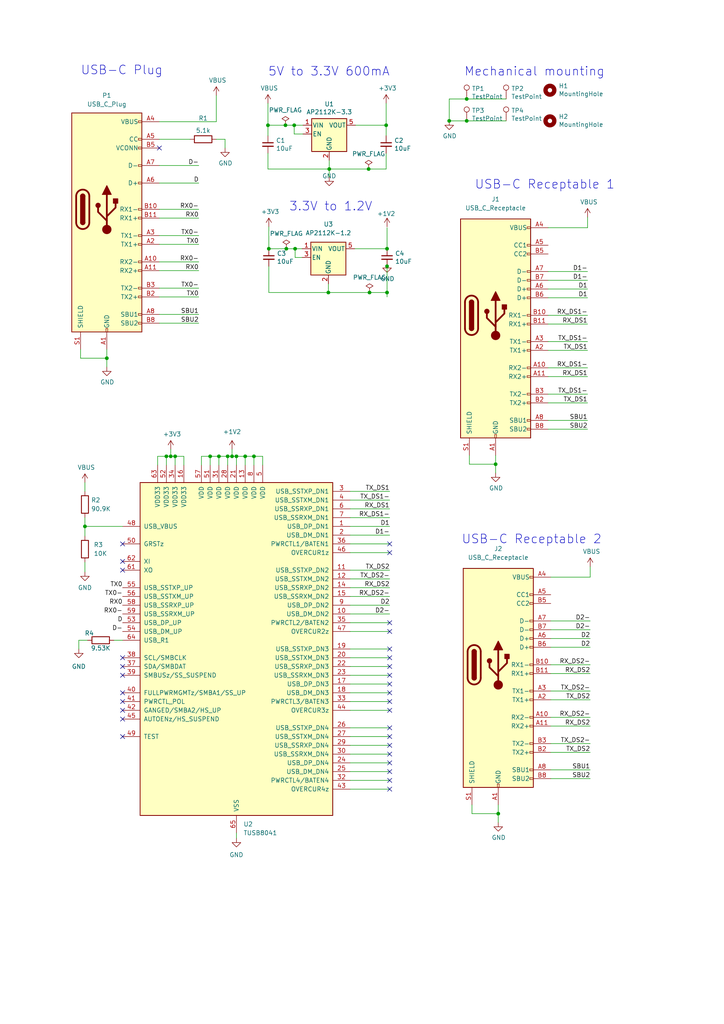
<source format=kicad_sch>
(kicad_sch (version 20230121) (generator eeschema)
  (paper "A4" portrait)
  (title_block (title "USB-C Hub") (date "2023-01-21") (rev "X1") (comment 1 "This work is licensed under a Creative Commons Attribution 4.0 International License") (comment 2 "Johannes Höllwerth") (comment 4 "https://baumistlustig.eu"))
  (lib_symbols
    (symbol "Connector:TestPoint" (pin_numbers hide) (pin_names (offset 0.762) hide)
      (property "Reference" "TP" (at 0 6.858 0))
      (property "Value" "TestPoint" (at 0 5.08 0))
      (symbol "TestPoint_0_1"
        (circle (center 0 3.302) (radius 0.762))
      )
      (symbol "TestPoint_1_1"
        (pin passive line (at 0 0 90) (length 2.54) (name "1") (number "1"))
      )
    )
    (symbol "Connector:USB_C_Plug" (pin_names (offset 1.016))
      (property "Reference" "P" (at -10.16 29.21 0))
      (property "Value" "USB_C_Plug" (at 10.16 29.21 0))
      (symbol "USB_C_Plug_0_0"
        (rectangle (start -0.254 -35.56) (end 0.254 -34.544))
        (rectangle (start 10.16 -32.766) (end 9.144 -33.274))
        (rectangle (start 10.16 -30.226) (end 9.144 -30.734))
        (rectangle (start 10.16 -25.146) (end 9.144 -25.654))
        (rectangle (start 10.16 -22.606) (end 9.144 -23.114))
        (rectangle (start 10.16 -17.526) (end 9.144 -18.034))
        (rectangle (start 10.16 -14.986) (end 9.144 -15.494))
        (rectangle (start 10.16 -9.906) (end 9.144 -10.414))
        (rectangle (start 10.16 -7.366) (end 9.144 -7.874))
        (rectangle (start 10.16 -2.286) (end 9.144 -2.794))
        (rectangle (start 10.16 0.254) (end 9.144 -0.254))
        (rectangle (start 10.16 7.874) (end 9.144 7.366))
        (rectangle (start 10.16 12.954) (end 9.144 12.446))
        (rectangle (start 10.16 18.034) (end 9.144 17.526))
        (rectangle (start 10.16 20.574) (end 9.144 20.066))
        (rectangle (start 10.16 25.654) (end 9.144 25.146))
      )
      (symbol "USB_C_Plug_0_1"
        (rectangle (start -10.16 27.94) (end 10.16 -35.56) (stroke (width 0.254)) (fill (type background)))
        (arc (start -8.89 -3.81) (mid -6.985 -5.7067) (end -5.08 -3.81) (stroke (width 0.508)))
        (arc (start -7.62 -3.81) (mid -6.985 -4.4423) (end -6.35 -3.81) (stroke (width 0.254)))
        (arc (start -7.62 -3.81) (mid -6.985 -4.4423) (end -6.35 -3.81) (stroke (width 0.254)) (fill (type outline)))
        (rectangle (start -7.62 -3.81) (end -6.35 3.81) (stroke (width 0.254)) (fill (type outline)))
        (arc (start -6.35 3.81) (mid -6.985 4.4423) (end -7.62 3.81) (stroke (width 0.254)))
        (arc (start -6.35 3.81) (mid -6.985 4.4423) (end -7.62 3.81) (stroke (width 0.254)) (fill (type outline)))
        (arc (start -5.08 3.81) (mid -6.985 5.7067) (end -8.89 3.81) (stroke (width 0.508)))
        (polyline (pts (xy -8.89 -3.81) (xy -8.89 3.81)) (stroke (width 0.508)))
        (polyline (pts (xy -5.08 3.81) (xy -5.08 -3.81)) (stroke (width 0.508)))
      )
      (symbol "USB_C_Plug_1_1"
        (circle (center -2.54 1.143) (radius 0.635) (stroke (width 0.254)) (fill (type outline)))
        (circle (center 0 -5.842) (radius 1.27) (fill (type outline)))
        (polyline (pts (xy 0 -5.842) (xy 0 4.318)) (stroke (width 0.508)))
        (polyline (pts (xy 0 -3.302) (xy -2.54 -0.762) (xy -2.54 0.508)) (stroke (width 0.508)))
        (polyline (pts (xy 0 -2.032) (xy 2.54 0.508) (xy 2.54 1.778)) (stroke (width 0.508)))
        (polyline (pts (xy -1.27 4.318) (xy 0 6.858) (xy 1.27 4.318) (xy -1.27 4.318)) (stroke (width 0.254)) (fill (type outline)))
        (rectangle (start 1.905 1.778) (end 3.175 3.048) (stroke (width 0.254)) (fill (type outline)))
        (pin passive line (at 0 -40.64 90) (length 5.08) (name "GND") (number "A1"))
        (pin bidirectional line (at 15.24 -15.24 180) (length 5.08) (name "RX2-") (number "A10"))
        (pin bidirectional line (at 15.24 -17.78 180) (length 5.08) (name "RX2+") (number "A11"))
        (pin passive line (at 0 -40.64 90) (length 5.08) hide (name "GND") (number "A12"))
        (pin bidirectional line (at 15.24 -10.16 180) (length 5.08) (name "TX1+") (number "A2"))
        (pin bidirectional line (at 15.24 -7.62 180) (length 5.08) (name "TX1-") (number "A3"))
        (pin passive line (at 15.24 25.4 180) (length 5.08) (name "VBUS") (number "A4"))
        (pin bidirectional line (at 15.24 20.32 180) (length 5.08) (name "CC") (number "A5"))
        (pin bidirectional line (at 15.24 7.62 180) (length 5.08) (name "D+") (number "A6"))
        (pin bidirectional line (at 15.24 12.7 180) (length 5.08) (name "D-") (number "A7"))
        (pin bidirectional line (at 15.24 -30.48 180) (length 5.08) (name "SBU1") (number "A8"))
        (pin passive line (at 15.24 25.4 180) (length 5.08) hide (name "VBUS") (number "A9"))
        (pin passive line (at 0 -40.64 90) (length 5.08) hide (name "GND") (number "B1"))
        (pin bidirectional line (at 15.24 0 180) (length 5.08) (name "RX1-") (number "B10"))
        (pin bidirectional line (at 15.24 -2.54 180) (length 5.08) (name "RX1+") (number "B11"))
        (pin passive line (at 0 -40.64 90) (length 5.08) hide (name "GND") (number "B12"))
        (pin bidirectional line (at 15.24 -25.4 180) (length 5.08) (name "TX2+") (number "B2"))
        (pin bidirectional line (at 15.24 -22.86 180) (length 5.08) (name "TX2-") (number "B3"))
        (pin passive line (at 15.24 25.4 180) (length 5.08) hide (name "VBUS") (number "B4"))
        (pin bidirectional line (at 15.24 17.78 180) (length 5.08) (name "VCONN") (number "B5"))
        (pin bidirectional line (at 15.24 -33.02 180) (length 5.08) (name "SBU2") (number "B8"))
        (pin passive line (at 15.24 25.4 180) (length 5.08) hide (name "VBUS") (number "B9"))
        (pin passive line (at -7.62 -40.64 90) (length 5.08) (name "SHIELD") (number "S1"))
      )
    )
    (symbol "Connector:USB_C_Receptacle" (pin_names (offset 1.016))
      (property "Reference" "J" (at -10.16 29.21 0))
      (property "Value" "USB_C_Receptacle" (at 10.16 29.21 0))
      (symbol "USB_C_Receptacle_0_0"
        (rectangle (start -0.254 -35.56) (end 0.254 -34.544))
        (rectangle (start 10.16 -32.766) (end 9.144 -33.274))
        (rectangle (start 10.16 -30.226) (end 9.144 -30.734))
        (rectangle (start 10.16 -25.146) (end 9.144 -25.654))
        (rectangle (start 10.16 -22.606) (end 9.144 -23.114))
        (rectangle (start 10.16 -17.526) (end 9.144 -18.034))
        (rectangle (start 10.16 -14.986) (end 9.144 -15.494))
        (rectangle (start 10.16 -9.906) (end 9.144 -10.414))
        (rectangle (start 10.16 -7.366) (end 9.144 -7.874))
        (rectangle (start 10.16 -2.286) (end 9.144 -2.794))
        (rectangle (start 10.16 0.254) (end 9.144 -0.254))
        (rectangle (start 10.16 5.334) (end 9.144 4.826))
        (rectangle (start 10.16 7.874) (end 9.144 7.366))
        (rectangle (start 10.16 10.414) (end 9.144 9.906))
        (rectangle (start 10.16 12.954) (end 9.144 12.446))
        (rectangle (start 10.16 18.034) (end 9.144 17.526))
        (rectangle (start 10.16 20.574) (end 9.144 20.066))
        (rectangle (start 10.16 25.654) (end 9.144 25.146))
      )
      (symbol "USB_C_Receptacle_0_1"
        (rectangle (start -10.16 27.94) (end 10.16 -35.56) (stroke (width 0.254)) (fill (type background)))
        (arc (start -8.89 -3.81) (mid -6.985 -5.7067) (end -5.08 -3.81) (stroke (width 0.508)))
        (arc (start -7.62 -3.81) (mid -6.985 -4.4423) (end -6.35 -3.81) (stroke (width 0.254)))
        (arc (start -7.62 -3.81) (mid -6.985 -4.4423) (end -6.35 -3.81) (stroke (width 0.254)) (fill (type outline)))
        (rectangle (start -7.62 -3.81) (end -6.35 3.81) (stroke (width 0.254)) (fill (type outline)))
        (arc (start -6.35 3.81) (mid -6.985 4.4423) (end -7.62 3.81) (stroke (width 0.254)))
        (arc (start -6.35 3.81) (mid -6.985 4.4423) (end -7.62 3.81) (stroke (width 0.254)) (fill (type outline)))
        (arc (start -5.08 3.81) (mid -6.985 5.7067) (end -8.89 3.81) (stroke (width 0.508)))
        (polyline (pts (xy -8.89 -3.81) (xy -8.89 3.81)) (stroke (width 0.508)))
        (polyline (pts (xy -5.08 3.81) (xy -5.08 -3.81)) (stroke (width 0.508)))
      )
      (symbol "USB_C_Receptacle_1_1"
        (circle (center -2.54 1.143) (radius 0.635) (stroke (width 0.254)) (fill (type outline)))
        (circle (center 0 -5.842) (radius 1.27) (fill (type outline)))
        (polyline (pts (xy 0 -5.842) (xy 0 4.318)) (stroke (width 0.508)))
        (polyline (pts (xy 0 -3.302) (xy -2.54 -0.762) (xy -2.54 0.508)) (stroke (width 0.508)))
        (polyline (pts (xy 0 -2.032) (xy 2.54 0.508) (xy 2.54 1.778)) (stroke (width 0.508)))
        (polyline (pts (xy -1.27 4.318) (xy 0 6.858) (xy 1.27 4.318) (xy -1.27 4.318)) (stroke (width 0.254)) (fill (type outline)))
        (rectangle (start 1.905 1.778) (end 3.175 3.048) (stroke (width 0.254)) (fill (type outline)))
        (pin passive line (at 0 -40.64 90) (length 5.08) (name "GND") (number "A1"))
        (pin bidirectional line (at 15.24 -15.24 180) (length 5.08) (name "RX2-") (number "A10"))
        (pin bidirectional line (at 15.24 -17.78 180) (length 5.08) (name "RX2+") (number "A11"))
        (pin passive line (at 0 -40.64 90) (length 5.08) hide (name "GND") (number "A12"))
        (pin bidirectional line (at 15.24 -10.16 180) (length 5.08) (name "TX1+") (number "A2"))
        (pin bidirectional line (at 15.24 -7.62 180) (length 5.08) (name "TX1-") (number "A3"))
        (pin passive line (at 15.24 25.4 180) (length 5.08) (name "VBUS") (number "A4"))
        (pin bidirectional line (at 15.24 20.32 180) (length 5.08) (name "CC1") (number "A5"))
        (pin bidirectional line (at 15.24 7.62 180) (length 5.08) (name "D+") (number "A6"))
        (pin bidirectional line (at 15.24 12.7 180) (length 5.08) (name "D-") (number "A7"))
        (pin bidirectional line (at 15.24 -30.48 180) (length 5.08) (name "SBU1") (number "A8"))
        (pin passive line (at 15.24 25.4 180) (length 5.08) hide (name "VBUS") (number "A9"))
        (pin passive line (at 0 -40.64 90) (length 5.08) hide (name "GND") (number "B1"))
        (pin bidirectional line (at 15.24 0 180) (length 5.08) (name "RX1-") (number "B10"))
        (pin bidirectional line (at 15.24 -2.54 180) (length 5.08) (name "RX1+") (number "B11"))
        (pin passive line (at 0 -40.64 90) (length 5.08) hide (name "GND") (number "B12"))
        (pin bidirectional line (at 15.24 -25.4 180) (length 5.08) (name "TX2+") (number "B2"))
        (pin bidirectional line (at 15.24 -22.86 180) (length 5.08) (name "TX2-") (number "B3"))
        (pin passive line (at 15.24 25.4 180) (length 5.08) hide (name "VBUS") (number "B4"))
        (pin bidirectional line (at 15.24 17.78 180) (length 5.08) (name "CC2") (number "B5"))
        (pin bidirectional line (at 15.24 5.08 180) (length 5.08) (name "D+") (number "B6"))
        (pin bidirectional line (at 15.24 10.16 180) (length 5.08) (name "D-") (number "B7"))
        (pin bidirectional line (at 15.24 -33.02 180) (length 5.08) (name "SBU2") (number "B8"))
        (pin passive line (at 15.24 25.4 180) (length 5.08) hide (name "VBUS") (number "B9"))
        (pin passive line (at -7.62 -40.64 90) (length 5.08) (name "SHIELD") (number "S1"))
      )
    )
    (symbol "Device:C_Small" (pin_numbers hide) (pin_names (offset 0.254) hide)
      (property "Reference" "C" (at 0.254 1.778 0))
      (property "Value" "C_Small" (at 0.254 -2.032 0))
      (symbol "C_Small_0_1"
        (polyline (pts (xy -1.524 -0.508) (xy 1.524 -0.508)) (stroke (width 0.3302)))
        (polyline (pts (xy -1.524 0.508) (xy 1.524 0.508)) (stroke (width 0.3048)))
      )
      (symbol "C_Small_1_1"
        (pin passive line (at 0 2.54 270) (length 2.032) (name "~") (number "1"))
        (pin passive line (at 0 -2.54 90) (length 2.032) (name "~") (number "2"))
      )
    )
    (symbol "Device:R" (pin_numbers hide) (pin_names (offset 0))
      (property "Reference" "R" (at 2.032 0 90))
      (property "Value" "R" (at 0 0 90))
      (symbol "R_0_1"
        (rectangle (start -1.016 -2.54) (end 1.016 2.54) (stroke (width 0.254)))
      )
      (symbol "R_1_1"
        (pin passive line (at 0 3.81 270) (length 1.27) (name "~") (number "1"))
        (pin passive line (at 0 -3.81 90) (length 1.27) (name "~") (number "2"))
      )
    )
    (symbol "Interface_USB:TUSB8041" (pin_names (offset 1.016))
      (property "Reference" "U" (at 15.24 53.34 0))
      (property "Value" "TUSB8041" (at 15.24 50.8 0))
      (symbol "TUSB8041_0_1"
        (rectangle (start -27.94 48.26) (end 27.94 -48.26) (stroke (width 0.254)) (fill (type background)))
      )
      (symbol "TUSB8041_1_1"
        (pin bidirectional line (at 33.02 35.56 180) (length 5.08) (name "USB_DP_DN1") (number "1"))
        (pin bidirectional line (at 33.02 10.16 180) (length 5.08) (name "USB_DM_DN2") (number "10"))
        (pin output line (at 33.02 22.86 180) (length 5.08) (name "USB_SSTXP_DN2") (number "11"))
        (pin output line (at 33.02 20.32 180) (length 5.08) (name "USB_SSTXM_DN2") (number "12"))
        (pin power_in line (at 2.54 53.34 270) (length 5.08) (name "VDD") (number "13"))
        (pin input line (at 33.02 17.78 180) (length 5.08) (name "USB_SSRXP_DN2") (number "14"))
        (pin input line (at 33.02 15.24 180) (length 5.08) (name "USB_SSRXM_DN2") (number "15"))
        (pin power_in line (at -15.24 53.34 270) (length 5.08) (name "VDD33") (number "16"))
        (pin bidirectional line (at 33.02 -10.16 180) (length 5.08) (name "USB_DP_DN3") (number "17"))
        (pin bidirectional line (at 33.02 -12.7 180) (length 5.08) (name "USB_DM_DN3") (number "18"))
        (pin output line (at 33.02 0 180) (length 5.08) (name "USB_SSTXP_DN3") (number "19"))
        (pin bidirectional line (at 33.02 33.02 180) (length 5.08) (name "USB_DM_DN1") (number "2"))
        (pin output line (at 33.02 -2.54 180) (length 5.08) (name "USB_SSTXM_DN3") (number "20"))
        (pin power_in line (at 0 53.34 270) (length 5.08) (name "VDD") (number "21"))
        (pin input line (at 33.02 -5.08 180) (length 5.08) (name "USB_SSRXP_DN3") (number "22"))
        (pin input line (at 33.02 -7.62 180) (length 5.08) (name "USB_SSRXM_DN3") (number "23"))
        (pin bidirectional line (at 33.02 -33.02 180) (length 5.08) (name "USB_DP_DN4") (number "24"))
        (pin bidirectional line (at 33.02 -35.56 180) (length 5.08) (name "USB_DM_DN4") (number "25"))
        (pin output line (at 33.02 -22.86 180) (length 5.08) (name "USB_SSTXP_DN4") (number "26"))
        (pin output line (at 33.02 -25.4 180) (length 5.08) (name "USB_SSTXM_DN4") (number "27"))
        (pin power_in line (at -2.54 53.34 270) (length 5.08) (name "VDD") (number "28"))
        (pin input line (at 33.02 -27.94 180) (length 5.08) (name "USB_SSRXP_DN4") (number "29"))
        (pin output line (at 33.02 45.72 180) (length 5.08) (name "USB_SSTXP_DN1") (number "3"))
        (pin input line (at 33.02 -30.48 180) (length 5.08) (name "USB_SSRXM_DN4") (number "30"))
        (pin power_in line (at -5.08 53.34 270) (length 5.08) (name "VDD") (number "31"))
        (pin bidirectional line (at 33.02 -38.1 180) (length 5.08) (name "PWRCTL4/BATEN4") (number "32"))
        (pin bidirectional line (at 33.02 -15.24 180) (length 5.08) (name "PWRCTL3/BATEN3") (number "33"))
        (pin power_in line (at -17.78 53.34 270) (length 5.08) (name "VDD33") (number "34"))
        (pin bidirectional line (at 33.02 7.62 180) (length 5.08) (name "PWRCTL2/BATEN2") (number "35"))
        (pin bidirectional line (at 33.02 30.48 180) (length 5.08) (name "PWRCTL1/BATEN1") (number "36"))
        (pin bidirectional line (at -33.02 -5.08 0) (length 5.08) (name "SDA/SMBDAT") (number "37"))
        (pin bidirectional line (at -33.02 -2.54 0) (length 5.08) (name "SCL/SMBCLK") (number "38"))
        (pin bidirectional line (at -33.02 -7.62 0) (length 5.08) (name "SMBUSz/SS_SUSPEND") (number "39"))
        (pin output line (at 33.02 43.18 180) (length 5.08) (name "USB_SSTXM_DN1") (number "4"))
        (pin bidirectional line (at -33.02 -12.7 0) (length 5.08) (name "FULLPWRMGMTz/SMBA1/SS_UP") (number "40"))
        (pin bidirectional line (at -33.02 -15.24 0) (length 5.08) (name "PWRCTL_POL") (number "41"))
        (pin bidirectional line (at -33.02 -17.78 0) (length 5.08) (name "GANGED/SMBA2/HS_UP") (number "42"))
        (pin input line (at 33.02 -40.64 180) (length 5.08) (name "OVERCUR4z") (number "43"))
        (pin input line (at 33.02 -17.78 180) (length 5.08) (name "OVERCUR3z") (number "44"))
        (pin bidirectional line (at -33.02 -20.32 0) (length 5.08) (name "AUTOENz/HS_SUSPEND") (number "45"))
        (pin input line (at 33.02 27.94 180) (length 5.08) (name "OVERCUR1z") (number "46"))
        (pin input line (at 33.02 5.08 180) (length 5.08) (name "OVERCUR2z") (number "47"))
        (pin input line (at -33.02 35.56 0) (length 5.08) (name "USB_VBUS") (number "48"))
        (pin input line (at -33.02 -25.4 0) (length 5.08) (name "TEST") (number "49"))
        (pin power_in line (at 7.62 53.34 270) (length 5.08) (name "VDD") (number "5"))
        (pin input line (at -33.02 30.48 0) (length 5.08) (name "GRSTz") (number "50"))
        (pin power_in line (at -7.62 53.34 270) (length 5.08) (name "VDD") (number "51"))
        (pin power_in line (at -20.32 53.34 270) (length 5.08) (name "VDD33") (number "52"))
        (pin bidirectional line (at -33.02 7.62 0) (length 5.08) (name "USB_DP_UP") (number "53"))
        (pin bidirectional line (at -33.02 5.08 0) (length 5.08) (name "USB_DM_UP") (number "54"))
        (pin output line (at -33.02 17.78 0) (length 5.08) (name "USB_SSTXP_UP") (number "55"))
        (pin output line (at -33.02 15.24 0) (length 5.08) (name "USB_SSTXM_UP") (number "56"))
        (pin power_in line (at -10.16 53.34 270) (length 5.08) (name "VDD") (number "57"))
        (pin input line (at -33.02 12.7 0) (length 5.08) (name "USB_SSRXP_UP") (number "58"))
        (pin input line (at -33.02 10.16 0) (length 5.08) (name "USB_SSRXM_UP") (number "59"))
        (pin input line (at 33.02 40.64 180) (length 5.08) (name "USB_SSRXP_DN1") (number "6"))
        (pin no_connect line (at 33.02 -45.72 180) (length 5.08) hide (name "NC") (number "60"))
        (pin output line (at -33.02 22.86 0) (length 5.08) (name "XO") (number "61"))
        (pin input line (at -33.02 25.4 0) (length 5.08) (name "XI") (number "62"))
        (pin power_in line (at -22.86 53.34 270) (length 5.08) (name "VDD33") (number "63"))
        (pin input line (at -33.02 2.54 0) (length 5.08) (name "USB_R1") (number "64"))
        (pin power_in line (at 0 -53.34 90) (length 5.08) (name "VSS") (number "65"))
        (pin input line (at 33.02 38.1 180) (length 5.08) (name "USB_SSRXM_DN1") (number "7"))
        (pin power_in line (at 5.08 53.34 270) (length 5.08) (name "VDD") (number "8"))
        (pin bidirectional line (at 33.02 12.7 180) (length 5.08) (name "USB_DP_DN2") (number "9"))
      )
    )
    (symbol "Mechanical:MountingHole" (pin_names (offset 1.016))
      (property "Reference" "H" (at 0 5.08 0))
      (property "Value" "MountingHole" (at 0 3.175 0))
      (symbol "MountingHole_0_1"
        (circle (center 0 0) (radius 1.27) (stroke (width 1.27)))
      )
    )
    (symbol "Regulator_Linear:AP2112K-1.2" (pin_names (offset 0.254))
      (property "Reference" "U" (at -5.08 5.715 0))
      (property "Value" "AP2112K-1.2" (at 0 5.715 0))
      (symbol "AP2112K-1.2_0_1"
        (rectangle (start -5.08 4.445) (end 5.08 -5.08) (stroke (width 0.254)) (fill (type background)))
      )
      (symbol "AP2112K-1.2_1_1"
        (pin power_in line (at -7.62 2.54 0) (length 2.54) (name "VIN") (number "1"))
        (pin power_in line (at 0 -7.62 90) (length 2.54) (name "GND") (number "2"))
        (pin input line (at -7.62 0 0) (length 2.54) (name "EN") (number "3"))
        (pin no_connect line (at 5.08 0 180) (length 2.54) hide (name "NC") (number "4"))
        (pin power_out line (at 7.62 2.54 180) (length 2.54) (name "VOUT") (number "5"))
      )
    )
    (symbol "Regulator_Linear:AP2112K-3.3" (pin_names (offset 0.254))
      (property "Reference" "U" (at -5.08 5.715 0))
      (property "Value" "AP2112K-3.3" (at 0 5.715 0))
      (symbol "AP2112K-3.3_0_1"
        (rectangle (start -5.08 4.445) (end 5.08 -5.08) (stroke (width 0.254)) (fill (type background)))
      )
      (symbol "AP2112K-3.3_1_1"
        (pin power_in line (at -7.62 2.54 0) (length 2.54) (name "VIN") (number "1"))
        (pin power_in line (at 0 -7.62 90) (length 2.54) (name "GND") (number "2"))
        (pin input line (at -7.62 0 0) (length 2.54) (name "EN") (number "3"))
        (pin no_connect line (at 5.08 0 180) (length 2.54) hide (name "NC") (number "4"))
        (pin power_out line (at 7.62 2.54 180) (length 2.54) (name "VOUT") (number "5"))
      )
    )
    (symbol "power:+1V2" (power) (pin_names (offset 0))
      (property "Value" "+1V2" (at 0 3.556 0))
      (symbol "+1V2_0_1"
        (polyline (pts (xy -0.762 1.27) (xy 0 2.54)))
        (polyline (pts (xy 0 0) (xy 0 2.54)))
        (polyline (pts (xy 0 2.54) (xy 0.762 1.27)))
      )
      (symbol "+1V2_1_1"
        (pin power_in line (at 0 0 90) (length 0) hide (name "+1V2") (number "1"))
      )
    )
    (symbol "power:+3.3V" (power) (pin_names (offset 0))
      (property "Value" "+3.3V" (at 0 3.556 0))
      (symbol "+3.3V_0_1"
        (polyline (pts (xy -0.762 1.27) (xy 0 2.54)))
        (polyline (pts (xy 0 0) (xy 0 2.54)))
        (polyline (pts (xy 0 2.54) (xy 0.762 1.27)))
      )
      (symbol "+3.3V_1_1"
        (pin power_in line (at 0 0 90) (length 0) hide (name "+3V3") (number "1"))
      )
    )
    (symbol "power:GND" (power) (pin_names (offset 0))
      (property "Value" "GND" (at 0 -3.81 0))
      (symbol "GND_0_1"
        (polyline (pts (xy 0 0) (xy 0 -1.27) (xy 1.27 -1.27) (xy 0 -2.54) (xy -1.27 -1.27) (xy 0 -1.27)))
      )
      (symbol "GND_1_1"
        (pin power_in line (at 0 0 270) (length 0) hide (name "GND") (number "1"))
      )
    )
    (symbol "power:PWR_FLAG" (power) (pin_numbers hide) (pin_names (offset 0) hide)
      (property "Value" "PWR_FLAG" (at 0 3.81 0))
      (symbol "PWR_FLAG_0_0"
        (pin power_out line (at 0 0 90) (length 0) (name "pwr") (number "1"))
      )
      (symbol "PWR_FLAG_0_1"
        (polyline (pts (xy 0 0) (xy 0 1.27) (xy -1.016 1.905) (xy 0 2.54) (xy 1.016 1.905) (xy 0 1.27)))
      )
    )
    (symbol "power:VBUS" (power) (pin_names (offset 0))
      (property "Value" "VBUS" (at 0 3.81 0))
      (symbol "VBUS_0_1"
        (polyline (pts (xy -0.762 1.27) (xy 0 2.54)))
        (polyline (pts (xy 0 0) (xy 0 2.54)))
        (polyline (pts (xy 0 2.54) (xy 0.762 1.27)))
      )
      (symbol "VBUS_1_1"
        (pin power_in line (at 0 0 90) (length 0) hide (name "VBUS") (number "1"))
      )
    )
  )
  (junction (at 30.988 103.886))
  (junction (at 107.188 84.836))
  (junction (at 135.382 28.702))
  (junction (at 85.598 72.136))
  (junction (at 112.014 36.322))
  (junction (at 135.382 35.052))
  (junction (at 143.764 134.62))
  (junction (at 144.526 235.966))
  (junction (at 77.724 36.322))
  (junction (at 95.504 49.022))
  (junction (at 63.5 132.334))
  (junction (at 66.04 132.334))
  (junction (at 50.8 132.334))
  (junction (at 112.268 77.216))
  (junction (at 83.058 72.136))
  (junction (at 49.53 132.334))
  (junction (at 67.31 132.334))
  (junction (at 77.978 72.136))
  (junction (at 82.804 36.322))
  (junction (at 60.96 132.334))
  (junction (at 112.268 72.136))
  (junction (at 24.638 152.654))
  (junction (at 130.302 35.052))
  (junction (at 85.344 36.322))
  (junction (at 73.66 132.334))
  (junction (at 95.25 84.836))
  (junction (at 48.26 132.334))
  (junction (at 112.268 84.836))
  (junction (at 68.58 132.334))
  (junction (at 71.12 132.334))
  (junction (at 106.934 49.022))
  (no_connect (at 113.03 203.454))
  (no_connect (at 113.03 226.314))
  (no_connect (at 35.56 190.754))
  (no_connect (at 46.228 42.926))
  (no_connect (at 35.56 193.294))
  (no_connect (at 35.56 162.814))
  (no_connect (at 35.56 157.734))
  (no_connect (at 35.56 195.834))
  (no_connect (at 35.56 205.994))
  (no_connect (at 113.03 188.214))
  (no_connect (at 35.56 203.454))
  (no_connect (at 113.03 205.994))
  (no_connect (at 113.03 180.594))
  (no_connect (at 113.03 198.374))
  (no_connect (at 35.56 165.354))
  (no_connect (at 113.03 157.734))
  (no_connect (at 113.03 190.754))
  (no_connect (at 113.03 213.614))
  (no_connect (at 113.03 221.234))
  (no_connect (at 113.03 200.914))
  (no_connect (at 113.03 216.154))
  (no_connect (at 35.56 200.914))
  (no_connect (at 35.56 213.614))
  (no_connect (at 113.03 183.134))
  (no_connect (at 113.03 228.854))
  (no_connect (at 113.03 195.834))
  (no_connect (at 113.03 193.294))
  (no_connect (at 35.56 208.534))
  (no_connect (at 113.03 160.274))
  (no_connect (at 113.03 218.694))
  (no_connect (at 113.03 223.774))
  (no_connect (at 113.03 211.074))
  (wire (pts (xy 136.906 233.426) (xy 136.906 235.966)))
  (wire (pts (xy 159.004 86.36) (xy 170.434 86.36)))
  (wire (pts (xy 46.228 53.086) (xy 57.658 53.086)))
  (wire (pts (xy 53.34 132.334) (xy 53.34 134.874)))
  (wire (pts (xy 159.004 116.84) (xy 170.434 116.84)))
  (wire (pts (xy 46.228 78.486) (xy 57.658 78.486)))
  (wire (pts (xy 101.6 172.974) (xy 113.03 172.974)))
  (wire (pts (xy 76.2 132.334) (xy 76.2 134.874)))
  (wire (pts (xy 101.6 195.834) (xy 113.03 195.834)))
  (wire (pts (xy 159.004 124.46) (xy 170.434 124.46)))
  (wire (pts (xy 46.228 75.946) (xy 57.658 75.946)))
  (wire (pts (xy 101.6 193.294) (xy 113.03 193.294)))
  (wire (pts (xy 101.6 142.494) (xy 113.03 142.494)))
  (wire (pts (xy 159.766 210.566) (xy 171.196 210.566)))
  (wire (pts (xy 66.04 132.334) (xy 66.04 134.874)))
  (wire (pts (xy 95.504 46.482) (xy 95.504 49.022)))
  (wire (pts (xy 101.6 175.514) (xy 113.03 175.514)))
  (wire (pts (xy 68.58 132.334) (xy 71.12 132.334)))
  (wire (pts (xy 95.25 84.836) (xy 107.188 84.836)))
  (wire (pts (xy 101.6 147.574) (xy 113.03 147.574)))
  (wire (pts (xy 146.812 35.052) (xy 135.382 35.052)))
  (wire (pts (xy 46.228 40.386) (xy 55.118 40.386)))
  (wire (pts (xy 77.978 77.216) (xy 77.978 84.836)))
  (wire (pts (xy 159.004 66.04) (xy 170.434 66.04)))
  (wire (pts (xy 46.228 35.306) (xy 62.738 35.306)))
  (wire (pts (xy 60.96 134.874) (xy 60.96 132.334)))
  (wire (pts (xy 101.6 200.914) (xy 113.03 200.914)))
  (wire (pts (xy 24.638 139.954) (xy 24.638 142.494)))
  (wire (pts (xy 101.6 213.614) (xy 113.03 213.614)))
  (wire (pts (xy 101.6 216.154) (xy 113.03 216.154)))
  (wire (pts (xy 83.058 72.136) (xy 85.598 72.136)))
  (wire (pts (xy 87.884 38.862) (xy 85.344 38.862)))
  (wire (pts (xy 77.978 84.836) (xy 95.25 84.836)))
  (wire (pts (xy 101.6 226.314) (xy 113.03 226.314)))
  (wire (pts (xy 48.26 132.334) (xy 48.26 134.874)))
  (wire (pts (xy 101.6 188.214) (xy 113.03 188.214)))
  (wire (pts (xy 146.812 28.702) (xy 135.382 28.702)))
  (wire (pts (xy 159.766 192.786) (xy 171.196 192.786)))
  (wire (pts (xy 82.804 36.322) (xy 85.344 36.322)))
  (wire (pts (xy 95.25 82.296) (xy 95.25 84.836)))
  (wire (pts (xy 24.638 150.114) (xy 24.638 152.654)))
  (wire (pts (xy 23.368 101.346) (xy 23.368 103.886)))
  (wire (pts (xy 24.638 152.654) (xy 24.638 155.448)))
  (wire (pts (xy 159.766 185.166) (xy 171.196 185.166)))
  (wire (pts (xy 136.144 134.62) (xy 143.764 134.62)))
  (wire (pts (xy 30.988 103.886) (xy 30.988 101.346)))
  (wire (pts (xy 67.31 132.334) (xy 68.58 132.334)))
  (wire (pts (xy 101.6 165.354) (xy 113.03 165.354)))
  (wire (pts (xy 46.228 70.866) (xy 57.658 70.866)))
  (wire (pts (xy 49.53 132.334) (xy 50.8 132.334)))
  (wire (pts (xy 159.766 215.646) (xy 171.196 215.646)))
  (wire (pts (xy 101.6 178.054) (xy 113.03 178.054)))
  (wire (pts (xy 63.5 132.334) (xy 66.04 132.334)))
  (wire (pts (xy 159.766 225.806) (xy 171.196 225.806)))
  (wire (pts (xy 112.014 29.972) (xy 112.014 36.322)))
  (wire (pts (xy 159.766 208.026) (xy 171.196 208.026)))
  (wire (pts (xy 95.504 49.022) (xy 95.504 51.308)))
  (wire (pts (xy 22.86 188.214) (xy 22.86 185.674)))
  (wire (pts (xy 101.6 157.734) (xy 113.03 157.734)))
  (wire (pts (xy 58.42 132.334) (xy 60.96 132.334)))
  (wire (pts (xy 77.724 44.45) (xy 77.724 49.022)))
  (wire (pts (xy 65.278 40.386) (xy 65.278 42.926)))
  (wire (pts (xy 73.66 132.334) (xy 73.66 134.874)))
  (wire (pts (xy 71.12 132.334) (xy 73.66 132.334)))
  (wire (pts (xy 159.766 180.086) (xy 171.196 180.086)))
  (wire (pts (xy 33.02 185.674) (xy 35.56 185.674)))
  (wire (pts (xy 159.004 99.06) (xy 170.434 99.06)))
  (wire (pts (xy 143.764 134.62) (xy 143.764 132.08)))
  (wire (pts (xy 46.228 86.106) (xy 57.658 86.106)))
  (wire (pts (xy 159.766 218.186) (xy 171.196 218.186)))
  (wire (pts (xy 101.6 180.594) (xy 113.03 180.594)))
  (wire (pts (xy 159.004 83.82) (xy 170.434 83.82)))
  (wire (pts (xy 58.42 134.874) (xy 58.42 132.334)))
  (wire (pts (xy 87.63 74.676) (xy 85.598 74.676)))
  (wire (pts (xy 46.228 63.246) (xy 57.658 63.246)))
  (wire (pts (xy 135.382 35.052) (xy 130.302 35.052)))
  (wire (pts (xy 159.004 91.44) (xy 170.434 91.44)))
  (wire (pts (xy 46.228 68.326) (xy 57.658 68.326)))
  (wire (pts (xy 101.6 211.074) (xy 113.03 211.074)))
  (wire (pts (xy 170.434 66.04) (xy 170.434 62.992)))
  (wire (pts (xy 45.72 134.874) (xy 45.72 132.334)))
  (wire (pts (xy 22.86 185.674) (xy 25.4 185.674)))
  (wire (pts (xy 159.766 182.626) (xy 171.196 182.626)))
  (wire (pts (xy 50.8 132.334) (xy 53.34 132.334)))
  (wire (pts (xy 50.8 132.334) (xy 50.8 134.874)))
  (wire (pts (xy 77.724 39.37) (xy 77.724 36.322)))
  (wire (pts (xy 49.53 130.302) (xy 49.53 132.334)))
  (wire (pts (xy 67.31 132.334) (xy 66.04 132.334)))
  (wire (pts (xy 77.724 49.022) (xy 95.504 49.022)))
  (wire (pts (xy 159.004 101.6) (xy 170.434 101.6)))
  (wire (pts (xy 85.598 74.676) (xy 85.598 72.136)))
  (wire (pts (xy 159.766 195.326) (xy 171.196 195.326)))
  (wire (pts (xy 103.124 36.322) (xy 112.014 36.322)))
  (wire (pts (xy 68.58 241.554) (xy 68.58 243.078)))
  (wire (pts (xy 63.5 134.874) (xy 63.5 132.334)))
  (wire (pts (xy 101.6 198.374) (xy 113.03 198.374)))
  (wire (pts (xy 159.004 93.98) (xy 170.434 93.98)))
  (wire (pts (xy 143.764 137.16) (xy 143.764 134.62)))
  (wire (pts (xy 112.014 39.37) (xy 112.014 36.322)))
  (wire (pts (xy 101.6 223.774) (xy 113.03 223.774)))
  (wire (pts (xy 46.228 48.006) (xy 57.658 48.006)))
  (wire (pts (xy 101.6 203.454) (xy 113.03 203.454)))
  (wire (pts (xy 159.766 187.706) (xy 171.196 187.706)))
  (wire (pts (xy 45.72 132.334) (xy 48.26 132.334)))
  (wire (pts (xy 101.6 183.134) (xy 113.03 183.134)))
  (wire (pts (xy 77.978 65.786) (xy 77.978 72.136)))
  (wire (pts (xy 159.004 109.22) (xy 170.434 109.22)))
  (wire (pts (xy 101.6 190.754) (xy 113.03 190.754)))
  (wire (pts (xy 136.144 132.08) (xy 136.144 134.62)))
  (wire (pts (xy 95.504 49.022) (xy 106.934 49.022)))
  (wire (pts (xy 130.302 28.702) (xy 130.302 35.052)))
  (wire (pts (xy 136.906 235.966) (xy 144.526 235.966)))
  (wire (pts (xy 112.014 49.022) (xy 106.934 49.022)))
  (wire (pts (xy 102.87 72.136) (xy 112.268 72.136)))
  (wire (pts (xy 135.382 28.702) (xy 130.302 28.702)))
  (wire (pts (xy 159.004 78.74) (xy 170.434 78.74)))
  (wire (pts (xy 101.6 167.894) (xy 113.03 167.894)))
  (wire (pts (xy 67.31 130.302) (xy 67.31 132.334)))
  (wire (pts (xy 68.58 132.334) (xy 68.58 134.874)))
  (wire (pts (xy 60.96 132.334) (xy 63.5 132.334)))
  (wire (pts (xy 101.6 152.654) (xy 113.03 152.654)))
  (wire (pts (xy 144.526 235.966) (xy 144.526 233.426)))
  (wire (pts (xy 48.26 132.334) (xy 49.53 132.334)))
  (wire (pts (xy 101.6 160.274) (xy 113.03 160.274)))
  (wire (pts (xy 46.228 60.706) (xy 57.658 60.706)))
  (wire (pts (xy 77.724 36.322) (xy 82.804 36.322)))
  (wire (pts (xy 77.724 29.972) (xy 77.724 36.322)))
  (wire (pts (xy 159.766 167.386) (xy 171.196 167.386)))
  (wire (pts (xy 30.988 106.426) (xy 30.988 103.886)))
  (wire (pts (xy 62.738 35.306) (xy 62.738 27.686)))
  (wire (pts (xy 77.978 72.136) (xy 83.058 72.136)))
  (wire (pts (xy 35.56 152.654) (xy 24.638 152.654)))
  (wire (pts (xy 159.766 202.946) (xy 171.196 202.946)))
  (wire (pts (xy 24.638 163.068) (xy 24.638 165.862)))
  (wire (pts (xy 159.766 223.266) (xy 171.196 223.266)))
  (wire (pts (xy 85.344 38.862) (xy 85.344 36.322)))
  (wire (pts (xy 101.6 170.434) (xy 113.03 170.434)))
  (wire (pts (xy 107.188 84.836) (xy 112.268 84.836)))
  (wire (pts (xy 85.598 72.136) (xy 87.63 72.136)))
  (wire (pts (xy 23.368 103.886) (xy 30.988 103.886)))
  (wire (pts (xy 101.6 150.114) (xy 113.03 150.114)))
  (wire (pts (xy 171.196 167.386) (xy 171.196 164.338)))
  (wire (pts (xy 101.6 205.994) (xy 113.03 205.994)))
  (wire (pts (xy 73.66 132.334) (xy 76.2 132.334)))
  (wire (pts (xy 71.12 132.334) (xy 71.12 134.874)))
  (wire (pts (xy 159.004 121.92) (xy 170.434 121.92)))
  (wire (pts (xy 159.004 81.28) (xy 170.434 81.28)))
  (wire (pts (xy 144.526 238.506) (xy 144.526 235.966)))
  (wire (pts (xy 101.6 221.234) (xy 113.03 221.234)))
  (wire (pts (xy 46.228 83.566) (xy 57.658 83.566)))
  (wire (pts (xy 112.014 44.45) (xy 112.014 49.022)))
  (wire (pts (xy 112.268 84.836) (xy 112.268 86.106)))
  (wire (pts (xy 46.228 91.186) (xy 57.658 91.186)))
  (wire (pts (xy 62.738 40.386) (xy 65.278 40.386)))
  (wire (pts (xy 159.004 106.68) (xy 170.434 106.68)))
  (wire (pts (xy 85.344 36.322) (xy 87.884 36.322)))
  (wire (pts (xy 101.6 145.034) (xy 113.03 145.034)))
  (wire (pts (xy 112.268 77.216) (xy 112.268 84.836)))
  (wire (pts (xy 112.268 77.216) (xy 112.268 76.454)))
  (wire (pts (xy 101.6 155.194) (xy 113.03 155.194)))
  (wire (pts (xy 46.228 93.726) (xy 57.658 93.726)))
  (wire (pts (xy 159.766 200.406) (xy 171.196 200.406)))
  (wire (pts (xy 101.6 228.854) (xy 113.03 228.854)))
  (wire (pts (xy 159.004 114.3) (xy 170.434 114.3)))
  (wire (pts (xy 112.268 66.04) (xy 112.268 72.136)))
  (wire (pts (xy 101.6 218.694) (xy 113.03 218.694)))
  (text "Mechanical mounting" (at 134.62 22.352 0) (effects (font (size 2.54 2.54)) (justify left bottom)))
  (text "USB-C Receptable 2" (at 133.858 157.988 0) (effects (font (size 2.54 2.54)) (justify left bottom)))
  (text "USB-C Plug" (at 23.368 21.971 0) (effects (font (size 2.54 2.54)) (justify left bottom)))
  (text "5V to 3.3V 600mA" (at 77.724 22.352 0) (effects (font (size 2.54 2.54)) (justify left bottom)))
  (text "USB-C Receptable 1\n" (at 137.668 55.118 0) (effects (font (size 2.54 2.54)) (justify left bottom)))
  (text "3.3V to 1.2V" (at 83.82 61.468 0) (effects (font (size 2.54 2.54)) (justify left bottom)))
  (label "TX0-" (at 35.56 172.974 180))
  (label "SBU1" (at 170.434 121.92 180))
  (label "RX_DS2-" (at 113.03 172.974 180))
  (label "TX_DS1-" (at 113.03 145.034 180))
  (label "TX_DS1-" (at 170.434 99.06 180))
  (label "D2-" (at 171.196 182.626 180))
  (label "TX_DS2" (at 171.196 218.186 180))
  (label "TX0" (at 57.658 86.106 180))
  (label "SBU2" (at 57.658 93.726 180))
  (label "D-" (at 35.56 183.134 180))
  (label "TX_DS2-" (at 171.196 200.406 180))
  (label "TX0-" (at 57.658 83.566 180))
  (label "SBU1" (at 57.658 91.186 180))
  (label "SBU1" (at 171.196 223.266 180))
  (label "SBU2" (at 171.196 225.806 180))
  (label "TX0" (at 57.658 70.866 180))
  (label "D2" (at 171.196 187.706 180))
  (label "D" (at 57.658 53.086 180))
  (label "RX_DS1" (at 170.434 93.98 180))
  (label "TX0-" (at 57.658 68.326 180))
  (label "D1-" (at 170.434 78.74 180))
  (label "RX_DS1-" (at 113.03 150.114 180))
  (label "RX0" (at 57.658 63.246 180))
  (label "D1" (at 170.434 83.82 180))
  (label "RX_DS1" (at 113.03 147.574 180))
  (label "TX_DS2-" (at 113.03 167.894 180))
  (label "RX0" (at 35.56 175.514 180))
  (label "RX_DS2" (at 171.196 210.566 180))
  (label "RX0-" (at 57.658 75.946 180))
  (label "RX_DS2-" (at 171.196 192.786 180))
  (label "RX0-" (at 35.56 178.054 180))
  (label "RX_DS2" (at 171.196 195.326 180))
  (label "RX_DS1-" (at 170.434 91.44 180))
  (label "D" (at 35.56 180.594 180))
  (label "D1" (at 113.03 152.654 180))
  (label "RX_DS1-" (at 170.434 106.68 180))
  (label "RX_DS1" (at 170.434 109.22 180))
  (label "D1-" (at 113.03 155.194 180))
  (label "TX_DS2-" (at 171.196 215.646 180))
  (label "TX0" (at 35.56 170.434 180))
  (label "TX_DS2" (at 113.03 165.354 180))
  (label "RX0" (at 57.658 78.486 180))
  (label "D2" (at 113.03 175.514 180))
  (label "RX_DS2" (at 113.03 170.434 180))
  (label "TX_DS1" (at 113.03 142.494 180))
  (label "TX_DS2" (at 171.196 202.946 180))
  (label "D2-" (at 113.03 178.054 180))
  (label "SBU2" (at 170.434 124.46 180))
  (label "RX0-" (at 57.658 60.706 180))
  (label "RX_DS2-" (at 171.196 208.026 180))
  (label "TX_DS1" (at 170.434 116.84 180))
  (label "TX_DS1-" (at 170.434 114.3 180))
  (label "D-" (at 57.658 48.006 180))
  (label "D2" (at 171.196 185.166 180))
  (label "D1" (at 170.434 86.36 180))
  (label "TX_DS1" (at 170.434 101.6 180))
  (label "D2-" (at 171.196 180.086 180))
  (label "D1-" (at 170.434 81.28 180))
  (symbol (lib_id "Regulator_Linear:AP2112K-3.3") (at 95.504 38.862 0) (unit 1)
    (property "Reference" "U1" (at 95.504 30.1752 0))
    (property "Value" "AP2112K-3.3" (at 95.504 32.4866 0))
    (property "Footprint" "Package_TO_SOT_SMD:SOT-23-5" (effects hide))
    (property "Datasheet" "https://www.diodes.com/assets/Datasheets/AP2112.pdf" (effects hide))
  )
  (symbol (lib_id "Device:C_Small") (at 77.724 41.91 0) (unit 1)
    (property "Reference" "C1" (at 80.0608 40.7416 0) (effects (justify left)))
    (property "Value" "10uF" (at 80.0608 43.053 0) (effects (justify left)))
    (property "Footprint" "Capacitor_SMD:C_0805_2012Metric" (effects hide))
  )
  (symbol (lib_id "Device:C_Small") (at 112.014 41.91 0) (unit 1)
    (property "Reference" "C2" (at 114.3508 40.7416 0) (effects (justify left)))
    (property "Value" "10uF" (at 114.3508 43.053 0) (effects (justify left)))
    (property "Footprint" "Capacitor_SMD:C_0805_2012Metric" (effects hide))
  )
  (symbol (lib_id "power:+3.3V") (at 112.014 29.972 0) (unit 1)
    (property "Reference" "#PWR05" (effects hide))
    (property "Value" "+3.3V" (at 112.395 25.5778 0))
  )
  (symbol (lib_id "power:GND") (at 95.504 51.308 0) (unit 1)
    (property "Reference" "#PWR06" (effects hide))
    (property "Value" "GND" (at 95.504 51.054 0))
  )
  (symbol (lib_id "power:VBUS") (at 77.724 29.972 0) (unit 1)
    (property "Reference" "#PWR04" (effects hide))
    (property "Value" "VBUS" (at 78.105 25.5778 0))
  )
  (symbol (lib_id "Mechanical:MountingHole") (at 159.512 26.162 0) (unit 1)
    (property "Reference" "H1" (at 162.052 24.9174 0) (effects (justify left)))
    (property "Value" "MountingHole" (at 162.052 27.2288 0) (effects (justify left)))
    (property "Footprint" "MountingHole:MountingHole_2.2mm_M2" (effects hide))
  )
  (symbol (lib_id "Mechanical:MountingHole") (at 159.512 35.052 0) (unit 1)
    (property "Reference" "H2" (at 162.052 33.8074 0) (effects (justify left)))
    (property "Value" "MountingHole" (at 162.052 36.1188 0) (effects (justify left)))
    (property "Footprint" "MountingHole:MountingHole_2.2mm_M2" (effects hide))
  )
  (symbol (lib_id "power:PWR_FLAG") (at 82.804 36.322 0) (unit 1)
    (property "Reference" "#FLG01" (effects hide))
    (property "Value" "PWR_FLAG" (at 82.804 31.9278 0))
  )
  (symbol (lib_id "power:PWR_FLAG") (at 106.934 49.022 0) (unit 1)
    (property "Reference" "#FLG02" (effects hide))
    (property "Value" "PWR_FLAG" (at 106.934 44.6278 0))
  )
  (symbol (lib_id "Connector:TestPoint") (at 146.812 28.702 0) (unit 1)
    (property "Reference" "TP2" (at 148.2852 25.7048 0) (effects (justify left)))
    (property "Value" "TestPoint" (at 148.2852 28.0162 0) (effects (justify left)))
    (property "Footprint" "TestPoint:TestPoint_Pad_1.5x1.5mm" (effects hide))
  )
  (symbol (lib_id "Connector:TestPoint") (at 135.382 28.702 0) (unit 1)
    (property "Reference" "TP1" (at 136.8552 25.7048 0) (effects (justify left)))
    (property "Value" "TestPoint" (at 136.8552 28.0162 0) (effects (justify left)))
    (property "Footprint" "TestPoint:TestPoint_Pad_1.5x1.5mm" (effects hide))
  )
  (symbol (lib_id "Connector:TestPoint") (at 135.382 35.052 0) (unit 1)
    (property "Reference" "TP3" (at 136.8552 32.0548 0) (effects (justify left)))
    (property "Value" "TestPoint" (at 136.8552 34.3662 0) (effects (justify left)))
    (property "Footprint" "TestPoint:TestPoint_Pad_1.5x1.5mm" (effects hide))
  )
  (symbol (lib_id "Connector:TestPoint") (at 146.812 35.052 0) (unit 1)
    (property "Reference" "TP4" (at 148.2852 32.0548 0) (effects (justify left)))
    (property "Value" "TestPoint" (at 148.2852 34.3662 0) (effects (justify left)))
    (property "Footprint" "TestPoint:TestPoint_Pad_1.5x1.5mm" (effects hide))
  )
  (symbol (lib_id "power:GND") (at 130.302 35.052 0) (unit 1)
    (property "Reference" "#PWR0101" (effects hide))
    (property "Value" "GND" (at 130.429 39.4462 0))
  )
  (symbol (lib_id "Device:R") (at 58.928 40.386 90) (unit 1)
    (property "Reference" "R1" (at 58.928 34.29 90))
    (property "Value" "5.1k" (at 58.928 37.846 90))
  )
  (symbol (lib_id "power:VBUS") (at 62.738 27.686 0) (unit 1)
    (property "Reference" "#PWR0102" (effects hide))
    (property "Value" "VBUS" (at 63.119 23.2918 0))
  )
  (symbol (lib_id "power:GND") (at 144.526 238.506 0) (unit 1)
    (property "Reference" "#PWR012" (effects hide))
    (property "Value" "GND" (at 144.653 242.9002 0))
  )
  (symbol (lib_id "power:GND") (at 143.764 137.16 0) (unit 1)
    (property "Reference" "#PWR0105" (effects hide))
    (property "Value" "GND" (at 143.891 141.5542 0))
  )
  (symbol (lib_id "Device:C_Small") (at 77.978 74.676 0) (unit 1)
    (property "Reference" "C3" (at 80.3148 73.5076 0) (effects (justify left)))
    (property "Value" "10uF" (at 80.3148 75.819 0) (effects (justify left)))
    (property "Footprint" "Capacitor_SMD:C_0805_2012Metric" (effects hide))
  )
  (symbol (lib_id "power:GND") (at 22.86 188.214 0) (unit 1)
    (property "Reference" "#PWR01" (effects hide))
    (property "Value" "GND" (at 22.86 193.294 0))
  )
  (symbol (lib_id "power:GND") (at 112.268 76.454 0) (unit 1)
    (property "Reference" "#PWR011" (effects hide))
    (property "Value" "GND" (at 112.395 80.8482 0))
  )
  (symbol (lib_id "power:GND") (at 68.58 243.078 0) (unit 1)
    (property "Reference" "#PWR09" (effects hide))
    (property "Value" "GND" (at 68.58 247.904 0))
  )
  (symbol (lib_id "power:GND") (at 30.988 106.426 0) (unit 1)
    (property "Reference" "#PWR0104" (effects hide))
    (property "Value" "GND" (at 31.115 110.8202 0))
  )
  (symbol (lib_id "Interface_USB:TUSB8041") (at 68.58 188.214 0) (unit 1)
    (property "Reference" "U2" (at 70.5994 239.014 0) (effects (justify left)))
    (property "Value" "TUSB8041" (at 70.5994 241.554 0) (effects (justify left)))
    (property "Footprint" "Package_DFN_QFN:QFN-64-1EP_9x9mm_P0.5mm_EP6x6mm_ThermalVias" (effects hide))
    (property "Datasheet" "http://www.ti.com/lit/ds/symlink/tusb8041.pdf" (effects hide))
  )
  (symbol (lib_id "power:+1V2") (at 112.268 65.786 0) (unit 1)
    (property "Reference" "#PWR0107" (effects hide))
    (property "Value" "+1V2" (at 112.014 61.976 0))
  )
  (symbol (lib_id "power:VBUS") (at 170.434 62.992 0) (unit 1)
    (property "Reference" "#PWR0106" (effects hide))
    (property "Value" "VBUS" (at 170.815 58.5978 0))
  )
  (symbol (lib_id "Regulator_Linear:AP2112K-1.2") (at 95.25 74.676 0) (unit 1)
    (property "Reference" "U3" (at 95.25 65.024 0))
    (property "Value" "AP2112K-1.2" (at 95.25 67.564 0))
    (property "Footprint" "Package_TO_SOT_SMD:SOT-23-5" (effects hide))
    (property "Datasheet" "https://www.diodes.com/assets/Datasheets/AP2112.pdf" (effects hide))
  )
  (symbol (lib_id "power:VBUS") (at 171.196 164.338 0) (unit 1)
    (property "Reference" "#PWR013" (effects hide))
    (property "Value" "VBUS" (at 171.577 159.9438 0))
  )
  (symbol (lib_id "Device:R") (at 24.638 159.258 0) (unit 1)
    (property "Reference" "R3" (at 27.178 157.9879 0) (effects (justify left)))
    (property "Value" "10K" (at 27.178 160.5279 0) (effects (justify left)))
    (property "Footprint" "Resistor_SMD:R_0201_0603Metric" (effects hide))
  )
  (symbol (lib_id "power:VBUS") (at 24.638 139.954 0) (unit 1)
    (property "Reference" "#PWR02" (effects hide))
    (property "Value" "VBUS" (at 25.019 135.5598 0))
  )
  (symbol (lib_id "power:+3.3V") (at 77.978 65.786 0) (unit 1)
    (property "Reference" "#PWR08" (effects hide))
    (property "Value" "+3.3V" (at 78.359 61.3918 0))
  )
  (symbol (lib_id "power:+1V2") (at 67.31 130.302 0) (unit 1)
    (property "Reference" "#PWR0108" (effects hide))
    (property "Value" "+1V2" (at 67.31 125.222 0))
  )
  (symbol (lib_id "power:+3.3V") (at 49.53 130.302 0) (unit 1)
    (property "Reference" "#PWR07" (effects hide))
    (property "Value" "+3.3V" (at 49.911 125.9078 0))
  )
  (symbol (lib_id "Device:R") (at 24.638 146.304 0) (unit 1)
    (property "Reference" "R2" (at 26.416 145.0339 0) (effects (justify left)))
    (property "Value" "90.9K" (at 26.416 147.5739 0) (effects (justify left)))
    (property "Footprint" "Resistor_SMD:R_0201_0603Metric" (effects hide))
  )
  (symbol (lib_id "power:PWR_FLAG") (at 83.058 72.136 0) (unit 1)
    (property "Reference" "#FLG03" (effects hide))
    (property "Value" "PWR_FLAG" (at 83.058 67.7418 0))
  )
  (symbol (lib_id "power:GND") (at 65.278 42.926 0) (unit 1)
    (property "Reference" "#PWR0103" (effects hide))
    (property "Value" "GND" (at 65.405 47.3202 0))
  )
  (symbol (lib_id "power:PWR_FLAG") (at 107.188 84.836 0) (unit 1)
    (property "Reference" "#FLG04" (effects hide))
    (property "Value" "PWR_FLAG" (at 107.188 80.4418 0))
  )
  (symbol (lib_id "Connector:USB_C_Receptacle") (at 143.764 91.44 0) (unit 1)
    (property "Reference" "J1" (at 143.764 57.785 0))
    (property "Value" "USB_C_Receptacle" (at 143.764 60.325 0))
    (property "Footprint" "Connector_USB:USB_C_Receptacle_XKB_U262-16XN-4BVC11" (effects hide))
    (property "Datasheet" "https://www.usb.org/sites/default/files/documents/usb_type-c.zip" (effects hide))
  )
  (symbol (lib_id "Connector:USB_C_Plug") (at 30.988 60.706 0) (unit 1)
    (property "Reference" "P1" (at 30.988 27.686 0))
    (property "Value" "USB_C_Plug" (at 30.988 30.226 0))
    (property "Footprint" "Connector_USB:USB_C_Plug_Molex_105444" (effects hide))
    (property "Datasheet" "https://www.usb.org/sites/default/files/documents/usb_type-c.zip" (effects hide))
  )
  (symbol (lib_id "power:GND") (at 24.638 165.862 0) (unit 1)
    (property "Reference" "#PWR03" (effects hide))
    (property "Value" "GND" (at 24.638 170.434 0))
  )
  (symbol (lib_id "Device:C_Small") (at 112.268 74.676 0) (unit 1)
    (property "Reference" "C4" (at 114.6048 73.5076 0) (effects (justify left)))
    (property "Value" "10uF" (at 114.6048 75.819 0) (effects (justify left)))
    (property "Footprint" "Capacitor_SMD:C_0805_2012Metric" (effects hide))
  )
  (symbol (lib_id "Device:R") (at 29.21 185.674 90) (unit 1)
    (property "Reference" "R4" (at 25.908 183.642 90))
    (property "Value" "9.53K" (at 29.21 187.96 90))
    (property "Footprint" "Resistor_SMD:R_0201_0603Metric" (effects hide))
  )
  (symbol (lib_id "Connector:USB_C_Receptacle") (at 144.526 192.786 0) (unit 1)
    (property "Reference" "J2" (at 144.526 159.131 0))
    (property "Value" "USB_C_Receptacle" (at 144.526 161.671 0))
    (property "Footprint" "Connector_USB:USB_C_Receptacle_XKB_U262-16XN-4BVC11" (effects hide))
    (property "Datasheet" "https://www.usb.org/sites/default/files/documents/usb_type-c.zip" (effects hide))
  )
)
</source>
